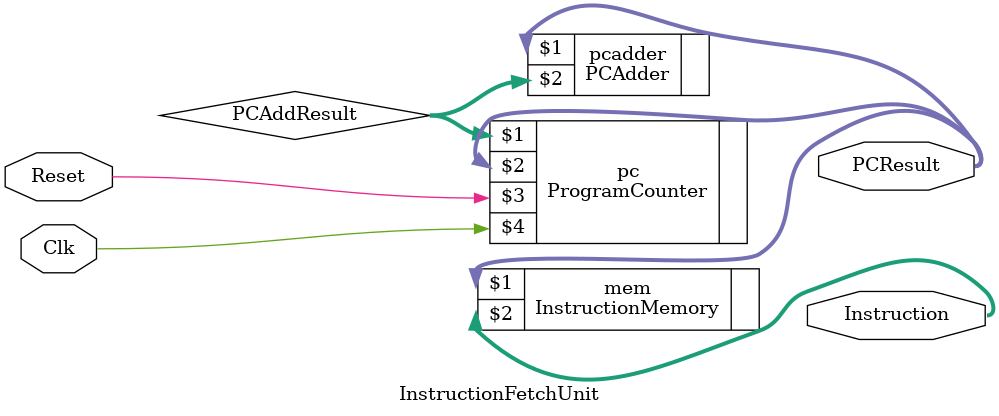
<source format=v>
`timescale 1ns / 1ps


module InstructionFetchUnit(Reset, Clk, Instruction, PCResult);

    input Clk, Reset;
    output wire [31:0] Instruction;
    output wire [31:0] PCResult;

    wire [31:0] PCAddResult;

    PCAdder pcadder(PCResult, PCAddResult);
    ProgramCounter pc(PCAddResult, PCResult, Reset, Clk);
    InstructionMemory mem(PCResult, Instruction);

endmodule


</source>
